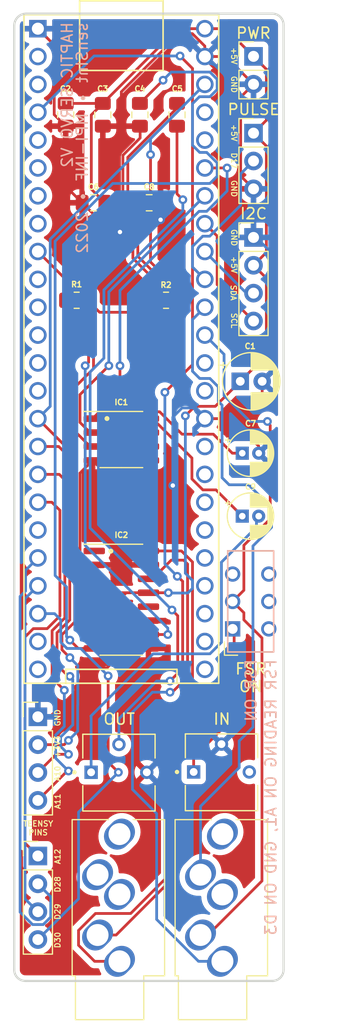
<source format=kicad_pcb>
(kicad_pcb (version 20211014) (generator pcbnew)
  (title_block (title "TEENSY 4 HAPTISHIELD") (date "2022-09-22") (rev "4") (company "SENSORIMOTOR INTERACTION GROUP") (comment 1 "COURTNEY N. REED & VALENTIN MARTINEZ-MISSIR"))
  (layers (0 "F.Cu" signal) (31 "B.Cu" signal) (34 "B.Paste" user) (35 "F.Paste" user) (36 "B.SilkS" user "B.Silkscreen") (37 "F.SilkS" user "F.Silkscreen") (38 "B.Mask" user) (39 "F.Mask" user) (44 "Edge.Cuts" user))
  (net 0 "")
  (net 1 "+5V")
  (net 2 "Net-(C4-Pad1)")
  (net 3 "Net-(C5-Pad1)")
  (net 4 "Net-(C5-Pad2)")
  (net 5 "Net-(C7-Pad1)")
  (net 6 "Net-(C9-Pad1)")
  (net 7 "R_in")
  (net 8 "A7")
  (net 9 "A6")
  (net 10 "D5")
  (net 14 "Net-(IC2-Pad10)")
  (net 16 "- R_Out")
  (net 17 "+ R_Out")
  (net 18 "D17")
  (net 19 "SDA")
  (net 20 "SCL")
  (net 21 "A2")
  (net 22 "D2")
  (net 24 "+3V3")
  (net 25 "Net-(RV1-Pad1)")
  (net 26 "A1")
  (net 35 "D23")
  (net 36 "D22")
  (net 55 "GND")
  (net 59 "A10")
  (net 60 "A11")
  (net 61 "A12")
  (net 62 "D28")
  (net 63 "D29")
  (net 64 "D30")
  (footprint "Package_SO:SOIC-16_3.9x9.9mm_P1.27mm" (layer "F.Cu") (at 103.369352 147.53368)
    (fp_text reference "IC2")
    (fp_text value "PAM8403")
  )
  (footprint "Connector_Audio:Jack_3.5mm_CUI_SJ1-3535NG_Horizontal_CircularHoles" (layer "F.Cu") (at 103.1986 180.5078 180)
    (fp_text reference "J5" hide)
    (fp_text value "Jack_Out")
  )
  (footprint "Capacitor_SMD:C_0805_2012Metric_Pad1.18x1.45mm_HandSolder" (layer "F.Cu") (at 105.909352 111.33868)
    (fp_text reference "C8")
    (fp_text value "0.1µF")
  )
  (footprint "Connector_PinHeader_2.54mm:PinHeader_1x03_P2.54mm_Vertical" (layer "F.Cu") (at 115.434352 104.98868)
    (fp_text reference "J2" hide)
    (fp_text value "Pulse")
  )
  (footprint "Connector_PinHeader_2.54mm:PinHeader_1x04_P2.54mm_Vertical" (layer "F.Cu") (at 95.749352 170.90168)
    (fp_text reference "J7" hide)
    (fp_text value "Teensy_2")
  )
  (footprint "Capacitor_THT:CP_Radial_D4.0mm_P1.50mm" (layer "F.Cu") (at 114.406953 134.17328)
    (fp_text reference "C7")
    (fp_text value "47µF")
  )
  (footprint "Capacitor_THT:CP_Radial_D5.0mm_P2.00mm" (layer "F.Cu") (at 114.22524 127.62008)
    (fp_text reference "C1")
    (fp_text value "470µF")
  )
  (footprint "Package_SO:SOP-8_3.9x4.9mm_P1.27mm" (layer "F.Cu") (at 103.369352 132.92868)
    (fp_text reference "IC1")
    (fp_text value "PT8211")
  )
  (footprint "HS-footprints:Teensy41" (layer "F.Cu") (at 103.369352 124.67368)
    (fp_text reference "U1" hide)
    (fp_text value "TeensyHeader")
  )
  (footprint "Capacitor_THT:CP_Radial_D4.0mm_P1.50mm" (layer "F.Cu") (at 114.406953 139.91368)
    (fp_text reference "C9")
    (fp_text value "47µF")
  )
  (footprint "Connector_Audio:Jack_3.5mm_CUI_SJ1-3535NG_Horizontal_CircularHoles" (layer "F.Cu") (at 112.5966 180.5078 180)
    (fp_text reference "J4" hide)
    (fp_text value "Jack In")
  )
  (footprint "Connector_PinHeader_2.54mm:PinHeader_1x02_P2.54mm_Vertical" (layer "F.Cu") (at 115.434352 97.98868)
    (fp_text reference "J1" hide)
    (fp_text value "Power")
  )
  (footprint "Resistor_SMD:R_0805_2012Metric_Pad1.20x1.40mm_HandSolder" (layer "F.Cu") (at 107.449352 120.22868)
    (fp_text reference "R2")
    (fp_text value "10Ω")
  )
  (footprint "Capacitor_SMD:C_0805_2012Metric_Pad1.18x1.45mm_HandSolder" (layer "F.Cu") (at 101.676018 103.31618 -90)
    (fp_text reference "C3")
    (fp_text value "1µF")
  )
  (footprint "Capacitor_SMD:C_0805_2012Metric_Pad1.18x1.45mm_HandSolder" (layer "F.Cu") (at 105.062684 103.31618 -90)
    (fp_text reference "C4")
    (fp_text value "0.1µF")
  )
  (footprint "3362P-1-503TLF:TRIM_3362P-1-503TLF" (layer "F.Cu") (at 103.1494 163.2712)
    (fp_text reference "RV2" hide)
    (fp_text value "50KΩ")
  )
  (footprint "Connector_PinHeader_2.54mm:PinHeader_1x04_P2.54mm_Vertical" (layer "F.Cu") (at 115.434352 114.49868)
    (fp_text reference "J3" hide)
    (fp_text value "I2C")
  )
  (footprint "Capacitor_SMD:C_0805_2012Metric_Pad1.18x1.45mm_HandSolder" (layer "F.Cu") (at 100.829352 111.33868)
    (fp_text reference "C6")
    (fp_text value "1µF")
  )
  (footprint "3362P-1-503TLF:TRIM_3362P-1-503TLF" (layer "F.Cu") (at 112.5109 163.2412)
    (fp_text reference "RV1" hide)
    (fp_text value "50KΩ")
  )
  (footprint "Capacitor_SMD:C_0805_2012Metric_Pad1.18x1.45mm_HandSolder" (layer "F.Cu") (at 108.449352 103.31618 -90)
    (fp_text reference "C5")
    (fp_text value "0.47µF")
  )
  (footprint "Connector_PinHeader_2.54mm:PinHeader_1x04_P2.54mm_Vertical" (layer "F.Cu") (at 95.749352 158.21168)
    (fp_text reference "J6" hide)
    (fp_text value "Teensy_1")
  )
  (footprint "Resistor_SMD:R_0805_2012Metric_Pad1.20x1.40mm_HandSolder" (layer "F.Cu") (at 99.289352 120.22868)
    (fp_text reference "R1")
    (fp_text value "10KΩ")
  )
  (footprint "Button_Switch_THT:SW_CuK_JS202011CQN_DPDT_Straight" (layer "F.Cu") (at 113.530352 150.19518 90)
    (fp_text reference "SW1" hide)
    (fp_text value "SW_SPDT_FSR")
  )
  (footprint "Capacitor_SMD:C_0805_2012Metric_Pad1.18x1.45mm_HandSolder" (layer "F.Cu") (at 98.289352 103.31618 90)
    (fp_text reference "C2")
    (fp_text value "1µF")
  )
  (gr_rect (start 117.2718 143.0782) (end 113.0808 152.2984) (layer "B.SilkS") (width 0.15) (fill none))
  (gr_circle (center 102.4128 143.1036) (end 102.5628 143.1036) (layer "F.SilkS") (width 0.15) (fill solid))
  (gr_circle (center 102.0572 131.0132) (end 102.2072 131.0132) (layer "F.SilkS") (width 0.15) (fill solid))
  (gr_line (start 117.110752 94.09208) (end 94.657152 94.09208) (layer "Edge.Cuts") (width 0.2))
  (gr_arc (start 118.177552 181.2798) (mid 117.879977 181.998216) (end 117.161552 182.2958) (layer "Edge.Cuts") (width 0.2))
  (gr_arc (start 117.110752 94.09208) (mid 117.878229 94.391403) (end 118.177552 95.15888) (layer "Edge.Cuts") (width 0.2))
  (gr_line (start 117.161552 182.2958) (end 94.657152 182.2958) (layer "Edge.Cuts") (width 0.2))
  (gr_line (start 93.590352 95.15888) (end 93.590352 181.229) (layer "Edge.Cuts") (width 0.2))
  (gr_arc (start 93.590352 95.15888) (mid 93.912587 94.414315) (end 94.657152 94.09208) (layer "Edge.Cuts") (width 0.2))
  (gr_line (start 118.177552 181.2798) (end 118.177552 95.15888) (layer "Edge.Cuts") (width 0.2))
  (gr_arc (start 94.657152 182.2958) (mid 93.887469 181.998705) (end 93.590352 181.229) (layer "Edge.Cuts") (width 0.2))
  (gr_text "FSR READING ON A1, GND ON D3" (at 117.0178 165.5572 -270) (layer "B.SilkS") (effects (font (size 1 1)) (justify mirror)))
  (gr_text "FSR ON" (at 115.2144 155.8036 -270) (layer "B.SilkS") (effects (font (size 1 1)) (justify mirror)))
  (gr_text "HAPTIC SERVO V2\n" (at 98.425 101.4984 -270) (layer "B.SilkS") (effects (font (size 1 1)) (justify mirror)))
  (gr_text "senSInt • MPI-INF • 2022" (at 99.7966 105.4354 -270) (layer "B.SilkS") (effects (font (size 1 1)) (justify mirror)))
  (gr_text "FSR\nON" (at 115.180352 154.64568) (layer "F.SilkS") (effects (font (size 1 1))))
  (gr_text "A12" (at 97.552752 170.95248 90) (layer "F.SilkS") (effects (font (size 0.5 0.5) (thickness 0.1))))
  (gr_text "D17" (at 113.656352 107.50328 270) (layer "F.SilkS") (effects (font (size 0.5 0.5) (thickness 0.1))))
  (gr_text "+5V" (at 113.656352 117.00288 270) (layer "F.SilkS") (effects (font (size 0.5 0.5) (thickness 0.1))))
  (gr_text "+3V3" (at 97.536 160.94488 90) (layer "F.SilkS") (effects (font (size 0.5 0.5) (thickness 0.1))))
  (gr_text "D30" (at 97.552752 178.57248 90) (layer "F.SilkS") (effects (font (size 0.5 0.5) (thickness 0.1))))
  (gr_text "+5V" (at 113.656352 97.95288 270) (layer "F.SilkS") (effects (font (size 0.5 0.5) (thickness 0.1))))
  (gr_text "IN" (at 112.5474 158.4198) (layer "F.SilkS") (effects (font (size 1 1))))
  (gr_text "SDA" (at 113.605552 119.54288 270) (layer "F.SilkS") (effects (font (size 0.5 0.5) (thickness 0.1))))
  (gr_text "I2C" (at 115.434352 112.32928) (layer "F.SilkS") (effects (font (size 1 1))))
  (gr_text "D28" (at 97.552752 173.49248 90) (layer "F.SilkS") (effects (font (size 0.5 0.5) (thickness 0.1))))
  (gr_text "SCL\n" (at 113.656352 122.08288 270) (layer "F.SilkS") (effects (font (size 0.5 0.5) (thickness 0.1))))
  (gr_text "GND" (at 113.656352 114.51368 270) (layer "F.SilkS") (effects (font (size 0.5 0.5) (thickness 0.1))))
  (gr_text "GND" (at 97.552752 158.30328 90) (layer "F.SilkS") (effects (font (size 0.5 0.5) (thickness 0.1))))
  (gr_text "PWR\n" (at 115.434352 95.87008) (layer "F.SilkS") (effects (font (size 1 1))))
  (gr_text "+5V\n" (at 113.656352 104.96328 270) (layer "F.SilkS") (effects (font (size 0.5 0.5) (thickness 0.1))))
  (gr_text "GND" (at 113.656352 110.04328 270) (layer "F.SilkS") (effects (font (size 0.5 0.5) (thickness 0.1))))
  (gr_text "D29" (at 97.552752 175.98168 90) (layer "F.SilkS") (effects (font (size 0.5 0.5) (thickness 0.1))))
  (gr_text "PULSE" (at 115.434352 102.82968) (layer "F.SilkS") (effects (font (size 1 1))))
  (gr_text "TEENSY\nPINS" (at 95.774752 168.36168) (layer "F.SilkS") (effects (font (size 0.5 0.5) (thickness 0.1))))
  (gr_text "A10" (at 97.552752 163.38328 90) (layer "F.SilkS") (effects (font (size 0.5 0.5) (thickness 0.1))))
  (gr_text "GND" (at 113.656352 100.54368 270) (layer "F.SilkS") (effects (font (size 0.5 0.5) (thickness 0.1))))
  (gr_text "A11" (at 97.552752 165.92328 90) (layer "F.SilkS") (effects (font (size 0.5 0.5) (thickness 0.1))))
  (gr_text "OUT" (at 103.1748 158.4198) (layer "F.SilkS") (effects (font (size 1 1))))
  (segment (start 110.989352 95.46368) (end 112.909352 95.46368) (width 0.25) (layer "F.Cu") (net 1))
  (segment (start 115.434352 117.03868) (end 116.608863 118.213191) (width 0.25) (layer "F.Cu") (net 1))
  (segment (start 116.608863 115.864169) (end 116.608863 106.163191) (width 0.25) (layer "F.Cu") (net 1))
  (segment (start 112.909352 95.46368) (end 115.434352 97.98868) (width 0.25) (layer "F.Cu") (net 1))
  (segment (start 100.626498 110.098326) (end 100.626498 103.3282) (width 0.25) (layer "F.Cu") (net 1))
  (segment (start 116.608863 103.814169) (end 115.434352 104.98868) (width 0.25) (layer "F.Cu") (net 1))
  (segment (start 110.081863 129.899169) (end 109.211352 130.76968) (width 0.25) (layer "F.Cu") (net 1))
  (segment (start 103.810424 146.89868) (end 104.131352 146.89868) (width 0.25) (layer "F.Cu") (net 1))
  (segment (start 101.676018 102.27868) (end 108.491018 95.46368) (width 0.25) (layer "F.Cu") (net 1))
  (segment (start 100.894352 149.43868) (end 101.270424 149.43868) (width 0.25) (layer "F.Cu") (net 1))
  (segment (start 116.608863 125.236457) (end 116.608863 118.213191) (width 0.25) (layer "F.Cu") (net 1))
  (segment (start 108.491018 95.46368) (end 110.989352 95.46368) (width 0.25) (layer "F.Cu") (net 1))
  (segment (start 101.866852 111.33868) (end 100.626498 110.098326) (width 0.25) (layer "F.Cu") (net 1))
  (segment (start 115.434352 117.03868) (end 116.608863 115.864169) (width 0.25) (layer "F.Cu") (net 1))
  (segment (start 115.434352 97.98868) (end 116.608863 99.163191) (width 0.25) (layer "F.Cu") (net 1))
  (segment (start 116.608863 106.163191) (end 115.434352 104.98868) (width 0.25) (layer "F.Cu") (net 1))
  (segment (start 110.081863 129.899169) (end 111.946151 129.899169) (width 0.25) (layer "F.Cu") (net 1))
  (segment (start 116.608863 99.163191) (end 116.608863 103.814169) (width 0.25) (layer "F.Cu") (net 1))
  (segment (start 111.946151 129.899169) (end 114.22524 127.62008) (width 0.25) (layer "F.Cu") (net 1))
  (segment (start 107.661952 146.89868) (end 105.844352 146.89868) (width 0.25) (layer "F.Cu") (net 1))
  (segment (start 101.270424 149.43868) (end 103.810424 146.89868) (width 0.25) (layer "F.Cu") (net 1))
  (segment (start 100.626498 103.3282) (end 101.676018 102.27868) (width 0.25) (layer "F.Cu") (net 1))
  (segment (start 98.289352 102.27868) (end 101.676018 102.27868) (width 0.25) (layer "F.Cu") (net 1))
  (segment (start 104.131352 146.89868) (end 105.844352 146.89868) (width 0.25) (layer "F.Cu") (net 1))
  (segment (start 100.894352 146.89868) (end 104.131352 146.89868) (width 0.25) (layer "F.Cu") (net 1))
  (segment (start 114.22524 127.62008) (end 116.608863 125.236457) (width 0.25) (layer "F.Cu") (net 1))
  (via (at 109.211352 130.76968) (size 0.8) (drill 0.4) (layers "F.Cu" "B.Cu") (net 1))
  (via (at 107.661952 146.89868) (size 0.8) (drill 0.4) (layers "F.Cu" "B.Cu") (net 1))
  (segment (start 109.864841 145.774169) (end 109.864841 146.499191) (width 0.25) (layer "B.Cu") (net 1))
  (segment (start 109.211352 145.12068) (end 109.864841 145.774169) (width 0.25) (layer "B.Cu") (net 1))
  (segment (start 109.864841 146.499191) (end 109.439952 146.92408) (width 0.25) (layer "B.Cu") (net 1))
  (segment (start 109.211352 130.76968) (end 109.211352 145.12068) (width 0.25) (layer "B.Cu") (net 1))
  (segment (start 107.687352 146.92408) (end 107.661952 146.89868) (width 0.25) (layer "B.Cu") (net 1))
  (segment (start 109.439952 146.92408) (end 107.687352 146.92408) (width 0.25) (layer "B.Cu") (net 1))
  (segment (start 105.062684 102.27868) (end 107.178684 100.16268) (width 0.25) (layer "F.Cu") (net 2))
  (segment (start 107.178684 100.16268) (end 107.179352 100.16268) (width 0.25) (layer "F.Cu") (net 2))
  (segment (start 98.670352 151.21668) (end 99.432352 151.97868) (width 0.25) (layer "F.Cu") (net 2))
  (segment (start 99.432352 151.97868) (end 100.894352 151.97868) (width 0.25) (layer "F.Cu") (net 2))
  (via (at 107.179352 100.16268) (size 0.8) (drill 0.4) (layers "F.Cu" "B.Cu") (net 2))
  (via (at 98.670352 151.21668) (size 0.8) (drill 0.4) (layers "F.Cu" "B.Cu") (net 2))
  (segment (start 112.113863 107.697891) (end 111.164163 106.748191) (width 0.25) (layer "B.Cu") (net 2))
  (segment (start 97.323383 145.323111) (end 97.323383 129.39808) (width 0.25) (layer "B.Cu") (net 2))
  (segment (start 98.670352 151.21668) (end 98.365552 150.91188) (width 0.25) (layer "B.Cu") (net 2))
  (segment (start 111.164163 106.748191) (end 110.523563 106.748191) (width 0.25) (layer "B.Cu") (net 2))
  (segment (start 107.922863 99.419169) (end 107.179352 100.16268) (width 0.25) (layer "B.Cu") (net 2))
  (segment (start 98.823111 113.345639) (end 102.589581 109.579169) (width 0.25) (layer "B.Cu") (net 2))
  (segment (start 111.455141 101.668191) (end 112.113863 101.009469) (width 0.25) (layer "B.Cu") (net 2))
  (segment (start 109.864841 106.089469) (end 109.864841 102.303909) (width 0.25) (layer "B.Cu") (net 2))
  (segment (start 112.113863 100.077891) (end 111.455141 99.419169) (width 0.25) (layer "B.Cu") (net 2))
  (segment (start 109.864841 102.303909) (end 110.500559 101.668191) (width 0.25) (layer "B.Cu") (net 2))
  (segment (start 97.323383 114.845367) (end 99.534311 112.634439) (width 0.25) (layer "B.Cu") (net 2))
  (segment (start 112.113863 108.920447) (end 112.113863 107.697891) (width 0.25) (layer "B.Cu") (net 2))
  (segment (start 110.523563 106.748191) (end 109.864841 106.089469) (width 0.25) (layer "B.Cu") (net 2))
  (segment (start 110.500559 101.668191) (end 111.455141 101.668191) (width 0.25) (layer "B.Cu") (net 2))
  (segment (start 111.455141 99.419169) (end 107.922863 99.419169) (width 0.25) (layer "B.Cu") (net 2))
  (segment (start 98.365552 150.91188) (end 98.365552 146.36528) (width 0.25) (layer "B.Cu") (net 2))
  (segment (start 97.323383 129.39808) (end 97.323383 114.845367) (width 0.25) (layer "B.Cu") (net 2))
  (segment (start 102.589581 109.579169) (end 111.455141 109.579169) (width 0.25) (layer "B.Cu") (net 2))
  (segment (start 112.113863 101.009469) (end 112.113863 100.077891) (width 0.25) (layer "B.Cu") (net 2))
  (segment (start 98.365552 146.36528) (end 97.323383 145.323111) (width 0.25) (layer "B.Cu") (net 2))
  (segment (start 111.455141 109.579169) (end 112.113863 108.920447) (width 0.25) (layer "B.Cu") (net 2))
  (segment (start 104.718493 121.323821) (end 101.384493 121.323821) (width 0.25) (layer "F.Cu") (net 3))
  (segment (start 105.936766 119.128773) (end 105.274352 119.791187) (width 0.25) (layer "F.Cu") (net 3))
  (segment (start 105.274352 120.767962) (end 104.718493 121.323821) (width 0.25) (layer "F.Cu") (net 3))
  (segment (start 104.422332 112.48168) (end 104.422332 116.40083) (width 0.25) (layer "F.Cu") (net 3))
  (segment (start 105.936766 117.915265) (end 105.936766 119.128773) (width 0.25) (layer "F.Cu") (net 3))
  (segment (start 108.449352 102.70268) (end 103.959832 107.1922) (width 0.25) (layer "F.Cu") (net 3))
  (segment (start 103.959832 112.051653) (end 104.389859 112.48168) (width 0.25) (layer "F.Cu") (net 3))
  (segment (start 103.959832 107.1922) (end 103.959832 112.051653) (width 0.25) (layer "F.Cu") (net 3))
  (segment (start 104.389859 112.48168) (end 104.422332 112.48168) (width 0.25) (layer "F.Cu") (net 3))
  (segment (start 108.449352 102.27868) (end 108.449352 102.728687) (width 0.25) (layer "F.Cu") (net 3))
  (segment (start 101.384493 121.323821) (end 100.289352 120.22868) (width 0.25) (layer "F.Cu") (net 3))
  (segment (start 108.449352 102.27868) (end 108.449352 102.70268) (width 0.25) (layer "F.Cu") (net 3))
  (segment (start 104.422332 116.40083) (end 105.936766 117.915265) (width 0.25) (layer "F.Cu") (net 3))
  (segment (start 105.274352 119.791187) (end 105.274352 120.767962) (width 0.25) (layer "F.Cu") (net 3))
  (segment (start 108.516281 148.997609) (end 107.992152 148.47348) (width 0.25) (layer "F.Cu") (net 4))
  (segment (start 107.814352 154.95048) (end 108.516281 154.248551) (width 0.25) (layer "F.Cu") (net 4))
  (segment (start 108.982752 111.05928) (end 108.449352 110.52588) (width 0.25) (layer "F.Cu") (net 4))
  (segment (start 108.449352 110.52588) (end 108.449352 104.35368) (width 0.25) (layer "F.Cu") (net 4))
  (segment (start 108.516281 154.248551) (end 108.516281 148.997609) (width 0.25) (layer "F.Cu") (net 4))
  (via (at 108.982752 111.05928) (size 0.8) (drill 0.4) (layers "F.Cu" "B.Cu") (net 4))
  (via (at 107.992152 148.47348) (size 0.8) (drill 0.4) (layers "F.Cu" "B.Cu") (net 4))
  (via (at 107.814352 154.95048) (size 0.8) (drill 0.4) (layers "F.Cu" "B.Cu") (net 4))
  (segment (start 106.587819 154.95048) (end 103.124 158.414299) (width 0.25) (layer "B.Cu") (net 4))
  (segment (start 103.1494 158.439699) (end 103.1494 160.7312) (width 0.25) (layer "B.Cu") (net 4))
  (segment (start 101.776832 119.280483) (end 108.702993 112.354321) (width 0.25) (layer "B.Cu") (net 4))
  (segment (start 107.814352 154.95048) (end 106.587819 154.95048) (width 0.25) (layer "B.Cu") (net 4))
  (segment (start 101.776832 125.512814) (end 101.776832 119.280483) (width 0.25) (layer "B.Cu") (net 4))
  (segment (start 108.702993 112.354321) (end 108.982752 112.074562) (width 0.25) (layer "B.Cu") (net 4))
  (segment (start 103.124 158.414299) (end 103.1494 158.439699) (width 0.25) (layer "B.Cu") (net 4))
  (segment (start 107.992152 148.47348) (end 100.516872 140.9982) (width 0.25) (layer "B.Cu") (net 4))
  (segment (start 100.516872 126.772774) (end 100.643159 126.646487) (width 0.25) (layer "B.Cu") (net 4))
  (segment (start 100.643159 126.646487) (end 101.776832 125.512814) (width 0.25) (layer "B.Cu") (net 4))
  (segment (start 100.516872 140.9982) (end 100.516872 138.59288) (width 0.25) (layer "B.Cu") (net 4))
  (segment (start 108.982752 112.074562) (end 108.982752 111.05928) (width 0.25) (layer "B.Cu") (net 4))
  (segment (start 100.516872 138.59288) (end 100.516872 126.772774) (width 0.25) (layer "B.Cu") (net 4))
  (segment (start 106.449352 117.792133) (end 106.449352 120.22868) (width 0.25) (layer "F.Cu") (net 5))
  (segment (start 104.844832 121.8332) (end 106.449352 120.22868) (width 0.25) (layer "F.Cu") (net 5))
  (segment (start 111.769123 132.439169) (end 113.503234 134.17328) (width 0.25) (layer "F.Cu") (net 5))
  (segment (start 105.76828 134.83368) (end 104.844832 133.910232) (width 0.25) (layer "F.Cu") (net 5))
  (segment (start 104.844832 133.910232) (end 104.844832 130.677128) (width 0.25) (layer "F.Cu") (net 5))
  (segment (start 104.844832 130.677128) (end 105.1228 130.39916) (width 0.25) (layer "F.Cu") (net 5))
  (segment (start 104.844832 133.910232) (end 104.844832 121.8332) (width 0.25) (layer "F.Cu") (net 5))
  (segment (start 113.503234 134.17328) (end 114.406953 134.17328) (width 0.25) (layer "F.Cu") (net 5))
  (segment (start 104.871852 111.33868) (end 104.871852 116.214633) (width 0.25) (layer "F.Cu") (net 5))
  (segment (start 108.905913 132.439169) (end 111.769123 132.439169) (width 0.25) (layer "F.Cu") (net 5))
  (segment (start 105.1228 130.39916) (end 106.865904 130.39916) (width 0.25) (layer "F.Cu") (net 5))
  (segment (start 105.994352 134.83368) (end 105.76828 134.83368) (width 0.25) (layer "F.Cu") (net 5))
  (segment (start 104.871852 116.214633) (end 106.449352 117.792133) (width 0.25) (layer "F.Cu") (net 5))
  (segment (start 106.865904 130.39916) (end 108.905913 132.439169) (width 0.25) (layer "F.Cu") (net 5))
  (segment (start 105.994352 131.02368) (end 106.220424 131.02368) (width 0.25) (layer "F.Cu") (net 6))
  (segment (start 109.811747 134.615003) (end 109.811747 136.519285) (width 0.25) (layer "F.Cu") (net 6))
  (segment (start 112.012442 137.519169) (end 114.406953 139.91368) (width 0.25) (layer "F.Cu") (net 6))
  (segment (start 110.811631 137.519169) (end 112.012442 137.519169) (width 0.25) (layer "F.Cu") (net 6))
  (segment (start 109.811747 136.519285) (end 110.811631 137.519169) (width 0.25) (layer "F.Cu") (net 6))
  (segment (start 106.220424 131.02368) (end 109.811747 134.615003) (width 0.25) (layer "F.Cu") (net 6))
  (segment (start 100.6094 158.177432) (end 100.6094 163.2712) (width 0.25) (layer "B.Cu") (net 7))
  (segment (start 115.703753 139.91368) (end 115.703753 140.914279) (width 0.25) (layer "B.Cu") (net 7))
  (segment (start 111.455141 152.468191) (end 106.267841 152.468191) (width 0.25) (layer "B.Cu") (net 7))
  (segment (start 112.505841 151.417491) (end 111.455141 152.468191) (width 0.25) (layer "B.Cu") (net 7))
  (segment (start 112.505841 144.112191) (end 112.505841 151.417491) (width 0.25) (layer "B.Cu") (net 7))
  (segment (start 115.703753 140.914279) (end 112.505841 144.112191) (width 0.25) (layer "B.Cu") (net 7))
  (segment (start 100.584 158.152032) (end 100.6094 158.177432) (width 0.25) (layer "B.Cu") (net 7))
  (segment (start 106.267841 152.468191) (end 100.584 158.152032) (width 0.25) (layer "B.Cu") (net 7))
  (segment (start 110.989352 108.16368) (end 113.021352 108.16368) (width 0.25) (layer "F.Cu") (net 8))
  (segment (start 103.242352 128.52568) (end 100.744352 131.02368) (width 0.25) (layer "F.Cu") (net 8))
  (segment (start 103.242352 126.19768) (end 103.242352 128.52568) (width 0.25) (layer "F.Cu") (net 8))
  (via (at 113.021352 108.16368) (size 0.8) (drill 0.4) (layers "F.Cu" "B.Cu") (net 8))
  (via (at 103.242352 126.19768) (size 0.8) (drill 0.4) (layers "F.Cu" "B.Cu") (net 8))
  (segment (start 111.164163 112.119169) (end 110.462863 112.119169) (width 0.25) (layer "B.Cu") (net 8))
  (segment (start 113.021352 110.26198) (end 111.164163 112.119169) (width 0.25) (layer "B.Cu") (net 8))
  (segment (start 103.242352 119.33968) (end 103.242352 126.19768) (width 0.25) (layer "B.Cu") (net 8))
  (segment (start 110.462863 112.119169) (end 103.242352 119.33968) (width 0.25) (layer "B.Cu") (net 8))
  (segment (start 113.021352 108.16368) (end 113.021352 110.26198) (width 0.25) (layer "B.Cu") (net 8))
  (segment (start 99.594832 131.370232) (end 99.594832 128.8292) (width 0.25) (layer "F.Cu") (net 9))
  (segment (start 100.51828 132.29368) (end 99.594832 131.370232) (width 0.25) (layer "F.Cu") (net 9))
  (segment (start 99.594832 128.8292) (end 102.226352 126.19768) (width 0.25) (layer "F.Cu") (net 9))
  (segment (start 100.744352 132.29368) (end 100.51828 132.29368) (width 0.25) (layer "F.Cu") (net 9))
  (via (at 102.226352 126.19768) (size 0.8) (drill 0.4) (layers "F.Cu" "B.Cu") (net 9))
  (segment (start 102.226352 119.46668) (end 110.989352 110.70368) (width 0.25) (layer "B.Cu") (net 9))
  (segment (start 102.226352 126.19768) (end 102.226352 119.46668) (width 0.25) (layer "B.Cu") (net 9))
  (segment (start 99.305352 121.008133) (end 99.305352 119.33968) (width 0.25) (layer "F.Cu") (net 10))
  (segment (start 99.305352 121.008133) (end 100.829352 122.532133) (width 0.25) (layer "F.Cu") (net 10))
  (segment (start 100.829352 126.460294) (end 99.145312 128.144334) (width 0.25) (layer "F.Cu") (net 10))
  (segment (start 100.829352 122.532133) (end 100.829352 126.460294) (width 0.25) (layer "F.Cu") (net 10))
  (segment (start 99.145312 132.190712) (end 100.51828 133.56368) (width 0.25) (layer "F.Cu") (net 10))
  (segment (start 100.51828 133.56368) (end 100.744352 133.56368) (width 0.25) (layer "F.Cu") (net 10))
  (segment (start 99.305352 119.33968) (end 95.749352 115.78368) (width 0.25) (layer "F.Cu") (net 10))
  (segment (start 99.145312 128.144334) (end 99.145312 132.190712) (width 0.25) (layer "F.Cu") (net 10))
  (segment (start 98.289352 120.856) (end 100.379832 122.94648) (width 0.25) (layer "F.Cu") (net 14))
  (segment (start 107.611152 150.70868) (end 105.844352 150.70868) (width 0.25) (layer "F.Cu") (net 14))
  (segment (start 100.379832 122.94648) (end 100.379832 125.8852) (width 0.25) (layer "F.Cu") (net 14))
  (segment (start 100.379832 125.8852) (end 100.067352 126.19768) (width 0.25) (layer "F.Cu") (net 14))
  (segment (start 98.289352 120.22868) (end 98.289352 120.856) (width 0.25) (layer "F.Cu") (net 14))
  (via (at 107.611152 150.70868) (size 0.8) (drill 0.4) (layers "F.Cu" "B.Cu") (net 14))
  (via (at 100.067352 126.19768) (size 0.8) (drill 0.4) (layers "F.Cu" "B.Cu") (net 14))
  (segment (start 100.067352 142.58068) (end 107.611152 150.12448) (width 0.25) (layer "B.Cu") (net 14))
  (segment (start 107.611152 150.12448) (end 107.611152 150.70868) (width 0.25) (layer "B.Cu") (net 14))
  (segment (start 100.067352 126.19768) (end 100.067352 142.58068) (width 0.25) (layer "B.Cu") (net 14))
  (segment (start 109.415321 144.283967) (end 109.415321 155.873971) (width 0.25) (layer "F.Cu") (net 16))
  (segment (start 105.844352 145.62868) (end 106.220424 145.62868) (width 0.25) (layer "F.Cu") (net 16))
  (segment (start 107.618832 157.67046) (end 107.618832 158.6004) (width 0.25) (layer "F.Cu") (net 16))
  (segment (start 100.9296 180.5078) (end 103.1986 180.5078) (width 0.25) (layer "F.Cu") (net 16))
  (segment (start 104.221863 176.144451) (end 101.005953 176.144451) (width 0.25) (layer "F.Cu") (net 16))
  (segment (start 107.618832 157.670461) (end 107.618832 158.6004) (width 0.25) (layer "F.Cu") (net 16))
  (segment (start 107.922224 143.92688) (end 109.058234 143.92688) (width 0.25) (layer "F.Cu") (net 16))
  (segment (start 109.415321 155.873971) (end 107.618832 157.67046) (width 0.25) (layer "F.Cu") (net 16))
  (segment (start 106.220424 145.62868) (end 107.922224 143.92688) (width 0.25) (layer "F.Cu") (net 16))
  (segment (start 99.461949 177.688455) (end 99.461949 179.040149) (width 0.25) (layer "F.Cu") (net 16))
  (segment (start 109.058234 143.92688) (end 109.415321 144.283967) (width 0.25) (layer "F.Cu") (net 16))
  (segment (start 107.618832 172.747482) (end 104.221863 176.144451) (width 0.25) (layer "F.Cu") (net 16))
  (segment (start 99.461949 179.040149) (end 100.9296 180.5078) (width 0.25) (layer "F.Cu") (net 16))
  (segment (start 101.005953 176.144451) (end 99.461949 177.688455) (width 0.25) (layer "F.Cu") (net 16))
  (segment (start 107.618832 158.6004) (end 107.618832 172.747482) (width 0.25) (layer "F.Cu") (net 16))
  (segment (start 109.864841 156.060169) (end 108.068352 157.856658) (width 0.25) (layer "F.Cu") (net 17))
  (segment (start 105.844352 143.08868) (end 108.855752 143.08868) (width 0.25) (layer "F.Cu") (net 17))
  (segment (start 108.855752 143.08868) (end 109.864841 144.097769) (width 0.25) (layer "F.Cu") (net 17))
  (segment (start 108.068352 157.856658) (end 108.068352 172.93368) (width 0.25) (layer "F.Cu") (net 17))
  (segment (start 108.068352 172.93368) (end 102.894232 178.1078) (width 0.25) (layer "F.Cu") (net 17))
  (segment (start 102.894232 178.1078) (end 101.1986 178.1078) (width 0.25) (layer "F.Cu") (net 17))
  (segment (start 109.864841 144.097769) (end 109.864841 156.060169) (width 0.25) (layer "F.Cu") (net 17))
  (segment (start 110.796052 114.38668) (end 111.436652 114.38668) (width 0.25) (layer "B.Cu") (net 18))
  (segment (start 110.989352 118.32368) (end 109.864841 117.199169) (width 0.25) (layer "B.Cu") (net 18))
  (segment (start 109.864841 117.199169) (end 109.864841 115.317891) (width 0.25) (layer "B.Cu") (net 18))
  (segment (start 114.259841 111.563491) (end 114.259841 108.703191) (width 0.25) (layer "B.Cu") (net 18))
  (segment (start 109.864841 115.317891) (end 110.796052 114.38668) (width 0.25) (layer "B.Cu") (net 18))
  (segment (start 111.436652 114.38668) (end 114.259841 111.563491) (width 0.25) (layer "B.Cu") (net 18))
  (segment (start 114.259841 108.703191) (end 115.434352 107.52868) (width 0.25) (layer "B.Cu") (net 18))
  (segment (start 110.989352 115.78368) (end 114.784352 119.57868) (width 0.25) (layer "B.Cu") (net 19))
  (segment (start 114.784352 119.57868) (end 115.434352 119.57868) (width 0.25) (layer "B.Cu") (net 19))
  (segment (start 112.113863 114.368191) (end 112.113863 118.798191) (width 0.25) (layer "F.Cu") (net 20))
  (segment (start 110.989352 113.24368) (end 112.113863 114.368191) (width 0.25) (layer "F.Cu") (net 20))
  (segment (start 112.113863 118.798191) (end 115.434352 122.11868) (width 0.25) (layer "F.Cu") (net 20))
  (segment (start 109.864841 121.988191) (end 109.864841 126.700447) (width 0.25) (layer "B.Cu") (net 21))
  (segment (start 110.989352 120.86368) (end 109.864841 121.988191) (width 0.25) (layer "B.Cu") (net 21))
  (segment (start 114.126489 162.842598) (end 110.5966 166.372487) (width 0.25) (layer "B.Cu") (net 21))
  (segment (start 117.077784 140.937966) (end 115.383552 142.632198) (width 0.25) (layer "B.Cu") (net 21))
  (segment (start 112.222778 129.449649) (end 112.563383 129.790254) (width 0.25) (layer "B.Cu") (net 21))
  (segment (start 113.212211 137.055821) (end 114.990211 137.055821) (width 0.25) (layer "B.Cu") (net 21))
  (segment (start 115.383552 159.153567) (end 114.126489 160.41063) (width 0.25) (layer "B.Cu") (net 21))
  (segment (start 112.222778 128.126806) (end 112.222778 129.449649) (width 0.25) (layer "B.Cu") (net 21))
  (segment (start 110.523563 127.359169) (end 111.455141 127.359169) (width 0.25) (layer "B.Cu") (net 21))
  (segment (start 112.563383 136.406993) (end 113.212211 137.055821) (width 0.25) (layer "B.Cu") (net 21))
  (segment (start 115.383552 142.632198) (end 115.383552 159.153567) (width 0.25) (layer "B.Cu") (net 21))
  (segment (start 111.455141 127.359169) (end 112.222778 128.126806) (width 0.25) (layer "B.Cu") (net 21))
  (segment (start 109.864841 126.700447) (end 110.523563 127.359169) (width 0.25) (layer "B.Cu") (net 21))
  (segment (start 112.563383 129.790254) (end 112.563383 136.406993) (width 0.25) (layer "B.Cu") (net 21))
  (segment (start 115.375872 137.441483) (end 117.077784 139.143395) (width 0.25) (layer "B.Cu") (net 21))
  (segment (start 114.990211 137.055821) (end 115.375872 137.441483) (width 0.25) (layer "B.Cu") (net 21))
  (segment (start 117.077784 139.143395) (end 117.077784 140.937966) (width 0.25) (layer "B.Cu") (net 21))
  (segment (start 110.5966 166.372487) (end 110.5966 172.6078) (width 0.25) (layer "B.Cu") (net 21))
  (segment (start 114.126489 160.41063) (end 114.126489 162.842598) (width 0.25) (layer "B.Cu") (net 21))
  (segment (start 107.343841 128.622769) (end 109.864841 126.101769) (width 0.25) (layer "F.Cu") (net 22))
  (segment (start 107.814352 155.96648) (end 108.017552 155.96648) (width 0.25) (layer "F.Cu") (net 22))
  (segment (start 109.864841 126.101769) (end 109.864841 125.89288) (width 0.25) (layer "F.Cu") (net 22))
  (segment (start 108.017552 155.96648) (end 108.965801 155.018231) (width 0.25) (layer "F.Cu") (net 22))
  (segment (start 108.965801 155.018231) (end 108.965801 145.85728) (width 0.25) (layer "F.Cu") (net 22))
  (segment (start 109.864841 99.444569) (end 109.864841 99.088969) (width 0.25) (layer "F.Cu") (net 22))
  (segment (start 108.965801 145.85728) (end 108.508601 145.40008) (width 0.25) (layer "F.Cu") (net 22))
  (segment (start 109.864841 99.088969) (end 108.728752 97.95288) (width 0.25) (layer "F.Cu") (net 22))
  (segment (start 109.864841 125.89288) (end 109.864841 99.444569) (width 0.25) (layer "F.Cu") (net 22))
  (segment (start 108.508601 145.40008) (end 108.474752 145.40008) (width 0.25) (layer "F.Cu") (net 22))
  (via (at 107.343841 128.622769) (size 0.8) (drill 0.4) (layers "F.Cu" "B.Cu") (net 22))
  (via (at 108.728752 97.95288) (size 0.8) (drill 0.4) (layers "F.Cu" "B.Cu") (net 22))
  (via (at 107.814352 155.96648) (size 0.8) (drill 0.4) (layers "F.Cu" "B.Cu") (net 22))
  (via (at 108.474752 145.40008) (size 0.8) (drill 0.4) (layers "F.Cu" "B.Cu") (net 22))
  (segment (start 106.592863 167.038591) (end 106.592863 176.684323) (width 0.25) (layer "B.Cu") (net 22))
  (segment (start 108.728752 97.95288) (end 100.880152 97.95288) (width 0.25) (layer "B.Cu") (net 22))
  (segment (start 108.474752 145.40008) (end 107.343841 144.269169) (width 0.25) (layer "B.Cu") (net 22))
  (segment (start 100.880152 97.95288) (end 95.749352 103.08368) (width 0.25) (layer "B.Cu") (net 22))
  (segment (start 106.207536 155.96648) (end 104.383841 157.790175) (width 0.25) (layer "B.Cu") (net 22))
  (segment (start 110.41634 180.5078) (end 112.5966 180.5078) (width 0.25) (layer "B.Cu") (net 22))
  (segment (start 106.592863 176.684323) (end 110.41634 180.5078) (width 0.25) (layer "B.Cu") (net 22))
  (segment (start 104.383841 157.790175) (end 104.383841 164.829569) (width 0.25) (layer "B.Cu") (net 22))
  (segment (start 107.343841 144.269169) (end 107.343841 128.622769) (width 0.25) (layer "B.Cu") (net 22))
  (segment (start 104.383841 164.829569) (end 106.592863 167.038591) (width 0.25) (layer "B.Cu") (net 22))
  (segment (start 107.814352 155.96648) (end 106.207536 155.96648) (width 0.25) (layer "B.Cu") (net 22))
  (segment (start 108.449352 119.156415) (end 106.034832 116.741895) (width 0.25) (layer "F.Cu") (net 24))
  (segment (start 108.449352 119.156415) (end 108.449352 120.22868) (width 0.25) (layer "F.Cu") (net 24))
  (segment (start 97.945841 152.092369) (end 98.670352 152.81688) (width 0.25) (layer "F.Cu") (net 24))
  (segment (start 98.152352 160.75168) (end 98.543352 160.36068) (width 0.25) (layer "F.Cu") (net 24))
  (segment (start 95.749352 131.02368) (end 99.109832 134.38416) (width 0.25) (layer "F.Cu") (net 24))
  (segment (start 106.034832 116.741895) (end 106.034832 106.946) (width 0.25) (layer "F.Cu") (net 24))
  (segment (start 95.749352 160.75168) (end 98.152352 160.75168) (width 0.25) (layer "F.Cu") (net 24))
  (segment (start 97.945841 150.729671) (end 97.945841 152.092369) (width 0.25) (layer "F.Cu") (net 24))
  (segment (start 99.109832 134.38416) (end 99.109832 149.56568) (width 0.25) (layer "F.Cu") (net 24))
  (segment (start 99.109832 149.56568) (end 97.945841 150.729671) (width 0.25) (layer "F.Cu") (net 24))
  (via (at 98.670352 152.81688) (size 0.8) (drill 0.4) (layers "F.Cu" "B.Cu") (net 24))
  (via (at 106.034832 106.946) (size 0.8) (drill 0.4) (layers "F.Cu" "B.Cu") (net 24))
  (via (at 98.543352 160.36068) (size 0.8) (drill 0.4) (layers "F.Cu" "B.Cu") (net 24))
  (segment (start 99.383841 157.143169) (end 99.394863 157.132147) (width 0.25) (layer "B.Cu") (net 24))
  (segment (start 98.543352 160.36068) (end 99.383841 159.520191) (width 0.25) (layer "B.Cu") (net 24))
  (segment (start 96.873863 129.899169) (end 96.873863 114.659169) (width 0.25) (layer "B.Cu") (net 24))
  (segment (start 106.034832 105.4982) (end 107.166652 104.36638) (width 0.25) (layer "B.Cu") (net 24))
  (segment (start 107.166652 104.36638) (end 110.989352 100.54368) (width 0.25) (layer "B.Cu") (net 24))
  (segment (start 96.873863 114.659169) (end 107.166652 104.36638) (width 0.25) (layer "B.Cu") (net 24))
  (segment (start 99.394863 153.541391) (end 98.670352 152.81688) (width 0.25) (layer "B.Cu") (net 24))
  (segment (start 99.383841 159.520191) (end 99.383841 157.143169) (width 0.25) (layer "B.Cu") (net 24))
  (segment (start 95.749352 131.02368) (end 96.873863 129.899169) (width 0.25) (layer "B.Cu") (net 24))
  (segment (start 99.394863 157.132147) (end 99.394863 153.541391) (width 0.25) (layer "B.Cu") (net 24))
  (segment (start 106.034832 106.946) (end 106.034832 105.4982) (width 0.25) (layer "B.Cu") (net 24))
  (segment (start 113.666363 150.331191) (end 113.666363 158.436782) (width 0.25) (layer "F.Cu") (net 25))
  (segment (start 113.666363 158.436782) (end 113.452305 158.436782) (width 0.25) (layer "F.Cu") (net 25))
  (segment (start 109.9709 161.918187) (end 109.9709 163.2412) (width 0.25) (layer "F.Cu") (net 25))
  (segment (start 113.452305 158.436782) (end 109.9709 161.918187) (width 0.25) (layer "F.Cu") (net 25))
  (segment (start 113.530352 150.19518) (end 113.666363 150.331191) (width 0.25) (layer "F.Cu") (net 25))
  (segment (start 113.530352 147.69518) (end 114.554863 146.670669) (width 0.25) (layer "F.Cu") (net 26))
  (segment (start 116.958352 140.169738) (end 116.958352 131.63328) (width 0.25) (layer "F.Cu") (net 26))
  (segment (start 116.206363 151.020069) (end 114.554863 149.368569) (width 0.25) (layer "F.Cu") (net 26))
  (segment (start 114.554863 146.670669) (end 114.554863 142.573227) (width 0.25) (layer "F.Cu") (net 26))
  (segment (start 114.554863 142.573227) (end 116.958352 140.169738) (width 0.25) (layer "F.Cu") (net 26))
  (segment (start 114.554863 149.368569) (end 114.554863 148.719691) (width 0.25) (layer "F.Cu") (net 26))
  (segment (start 111.276232 178.1078) (end 110.5966 178.1078) (width 0.25) (layer "F.Cu") (net 26))
  (segment (start 116.206363 173.177669) (end 111.276232 178.1078) (width 0.25) (layer "F.Cu") (net 26))
  (segment (start 114.554863 148.719691) (end 113.530352 147.69518) (width 0.25) (layer "F.Cu") (net 26))
  (segment (start 116.206363 173.177669) (end 116.206363 151.020069) (width 0.25) (layer "F.Cu") (net 26))
  (via (at 116.704352 131.27768) (size 0.8) (drill 0.4) (layers "F.Cu" "B.Cu") (net 26))
  (segment (start 110.989352 123.40368) (end 112.745801 125.160129) (width 0.25) (layer "B.Cu") (net 26))
  (segment (start 116.704352 131.27768) (end 115.10933 131.27768) (width 0.25) (layer "B.Cu") (net 26))
  (segment (start 112.745801 128.914151) (end 112.745801 125.160129) (width 0.25) (layer "B.Cu") (net 26))
  (segment (start 115.10933 131.27768) (end 112.745801 128.914151) (width 0.25) (layer "B.Cu") (net 26))
  (segment (start 105.083493 105.432821) (end 105.083493 104.374489) (width 0.25) (layer "F.Cu") (net 55))
  (segment (start 101.309372 153.75166) (end 102.058404 153.75166) (width 0.25) (layer "F.Cu") (net 55))
  (segment (start 116.22524 127.62008) (end 116.22524 128.77132) (width 0.25) (layer "F.Cu") (net 55))
  (segment (start 112.909352 98.00368) (end 115.434352 100.52868) (width 0.25) (layer "F.Cu") (net 55))
  (segment (start 97.239832 103.30416) (end 98.289352 104.35368) (width 0.25) (layer "F.Cu") (net 55))
  (segment (start 102.460792 112.3882) (end 103.510312 111.33868) (width 0.25) (layer "F.Cu") (net 55))
  (segment (start 105.083493 104.374489) (end 105.062684 104.35368) (width 0.25) (layer "F.Cu") (net 55))
  (segment (start 99.791852 111.33868) (end 100.841372 112.3882) (width 0.25) (layer "F.Cu") (net 55))
  (segment (start 98.289352 104.35368) (end 98.289352 109.83618) (width 0.25) (layer "F.Cu") (net 55))
  (segment (start 106.544352 151.97868) (end 105.844352 151.97868) (width 0.25) (layer "F.Cu") (net 55))
  (segment (start 100.744352 134.83368) (end 103.030352 137.11968) (width 0.25) (layer "F.Cu") (net 55))
  (segment (start 105.844352 149.43868) (end 102.540424 149.43868) (width 0.25) (layer "F.Cu") (net 55))
  (segment (start 110.989352 131.02368) (end 113.97288 131.02368) (width 0.25) (layer "F.Cu") (net 55))
  (segment (start 103.369352 104.35368) (end 103.369352 101.221064) (width 0.25) (layer "F.Cu") (net 55))
  (segment (start 96.849352 158.21168) (end 101.309372 153.75166) (width 0.25) (layer "F.Cu") (net 55))
  (segment (start 114.259841 108.894169) (end 114.259841 101.703191) (width 0.25) (layer "F.Cu") (net 55))
  (segment (start 99.594832 143.435232) (end 99.594832 135.9832) (width 0.25) (layer "F.Cu") (net 55))
  (segment (start 99.559352 149.749752) (end 99.559352 145.317608) (width 0.25) (layer "F.Cu") (net 55))
  (segment (start 109.852044 95.916672) (end 110.989352 97.05398) (width 0.25) (layer "F.Cu") (net 55))
  (segment (start 101.915904 150.0632) (end 99.8728 150.0632) (width 0.25) (layer "F.Cu") (net 55))
  (segment (start 97.239832 103.30416) (end 97.239832 96.95416) (width 0.25) (layer "F.Cu") (net 55))
  (segment (start 115.434352 114.49868) (end 115.434352 110.06868) (width 0.25) (layer "F.Cu") (net 55))
  (segment (start 101.915904 150.0632) (end 103.831384 151.97868) (width 0.25) (layer "F.Cu") (net 55))
  (segment (start 115.434352 110.06868) (end 114.259841 108.894169) (width 0.25) (layer "F.Cu") (net 55))
  (segment (start 103.831384 151.97868) (end 105.844352 151.97868) (width 0.25) (layer "F.Cu") (net 55))
  (segment (start 103.510312 111.33868) (end 103.510312 107.006003) (width 0.25) (layer "F.Cu") (net 55))
  (segment (start 102.058404 153.75166) (end 103.831384 151.97868) (width 0.25) (layer "F.Cu") (net 55))
  (segment (start 114.259841 101.703191) (end 115.434352 100.52868) (width 0.25) (layer "F.Cu") (net 55))
  (segment (start 95.749352 158.21168) (end 96.849352 158.21168) (width 0.25) (layer "F.Cu") (net 55))
  (segment (start 115.906953 133.528281) (end 115.906953 134.17328) (width 0.25) (layer "F.Cu") (net 55))
  (segment (start 105.844352 149.43868) (end 106.220424 149.43868) (width 0.25) (layer "F.Cu") (net 55))
  (segment (start 110.989352 97.05398) (end 110.989352 98.00368) (width 0.25) (layer "F.Cu") (net 55))
  (segment (start 106.946852 112.88418) (end 106.950752 112.88808) (width 0.25) (layer "F.Cu") (net 55))
  (segment (start 106.946852 111.33868) (end 106.946852 112.88418) (width 0.25) (layer "F.Cu") (net 55))
  (segment (start 97.239832 96.95416) (end 95.749352 95.46368) (width 0.25) (layer "F.Cu") (net 55))
  (segment (start 103.369352 101.221064) (end 108.673744 95.916672) (width 0.25) (layer "F.Cu") (net 55))
  (segment (start 99.594832 135.9832) (end 100.744352 134.83368) (width 0.25) (layer "F.Cu") (net 55))
  (segment (start 103.510312 107.006003) (end 105.083493 105.432821) (width 0.25) (layer "F.Cu") (net 55))
  (segment (start 110.989352 98.00368) (end 112.909352 98.00368) (width 0.25) (layer "F.Cu") (net 55))
  (segment (start 116.22524 128.77132) (end 113.97288 131.02368) (width 0.25) (layer "F.Cu") (net 55))
  (segment (start 108.673744 95.916672) (end 109.852044 95.916672) (width 0.25) (layer "F.Cu") (net 55))
  (segment (start 100.51828 144.35868) (end 99.594832 143.435232) (width 0.25) (layer "F.Cu") (net 55))
  (segment (start 100.894352 144.35868) (end 100.51828 144.35868) (width 0.25) (layer "F.Cu") (net 55))
  (segment (start 100.894352 144.35868) (end 105.844352 144.35868) (width 0.25) (layer "F.Cu") (net 55))
  (segment (start 100.841372 112.3882) (end 102.460792 112.3882) (width 0.25) (layer "F.Cu") (net 55))
  (segment (start 102.540424 149.43868) (end 101.915904 150.0632) (width 0.25) (layer "F.Cu") (net 55))
  (segment (start 101.676018 104.35368) (end 103.369352 104.35368) (width 0.25) (layer "F.Cu") (net 55))
  (segment (start 98.289352 109.83618) (end 99.791852 111.33868) (width 0.25) (layer "F.Cu") (net 55))
  (segment (start 99.559352 145.317608) (end 100.51828 144.35868) (width 0.25) (layer "F.Cu") (net 55))
  (segment (start 113.97288 131.02368) (end 113.97288 131.594208) (width 0.25) (layer "F.Cu") (net 55))
  (segment (start 102.460792 112.3882) (end 102.460792 113.22412) (width 0.25) (layer "F.Cu") (net 55))
  (segment (start 99.8728 150.0632) (end 99.559352 149.749752) (width 0.25) (layer "F.Cu") (net 55))
  (segment (start 103.030352 137.11968) (end 108.068352 137.11968) (width 0.25) (layer "F.Cu") (net 55))
  (segment (start 113.97288 131.594208) (end 115.906953 133.528281) (width 0.25) (layer "F.Cu") (net 55))
  (segment (start 102.460792 113.22412) (end 103.242352 114.00568) (width 0.25) (layer "F.Cu") (net 55))
  (segment (start 103.369352 104.35368) (end 105.062684 104.35368) (width 0.25) (layer "F.Cu") (net 55))
  (via (at 106.950752 112.88808) (size 0.8) (drill 0.4) (layers "F.Cu" "B.Cu") (net 55))
  (via (at 103.242352 114.00568) (size 0.8) (drill 0.4) (layers "F.Cu" "B.Cu") (net 55))
  (via (at 108.068352 137.11968) (size 0.8) (drill 0.4) (layers "F.Cu" "B.Cu") (net 55))
  (segment (start 117.085352 126.759968) (end 116.22524 127.62008) (width 0.25) (layer "B.Cu") (net 55))
  (segment (start 117.085352 115.91068) (end 117.085352 126.759968) (width 0.25) (layer "B.Cu") (net 55))
  (segment (start 108.911249 130.045169) (end 108.068352 130.888066) (width 0.25) (layer "B.Cu") (net 55))
  (segment (start 108.068352 130.888066) (end 108.068352 137.11968) (width 0.25) (layer "B.Cu") (net 55))
  (segment (start 110.989352 131.02368) (end 110.010841 130.045169) (width 0.25) (layer "B.Cu") (net 55))
  (segment (start 117.085352 115.91068) (end 115.673352 114.49868) (width 0.25) (layer "B.Cu") (net 55))
  (segment (start 110.010841 130.045169) (end 108.911249 130.045169) (width 0.25) (layer "B.Cu") (net 55))
  (segment (start 105.833152 114.00568) (end 103.242352 114.00568) (width 0.25) (layer "B.Cu") (net 55))
  (segment (start 106.950752 112.88808) (end 105.833152 114.00568) (width 0.25) (layer "B.Cu") (net 55))
  (segment (start 115.673352 114.49868) (end 115.434352 114.49868) (width 0.25) (layer "B.Cu") (net 55))
  (segment (start 97.410352 161.63068) (end 98.543352 161.63068) (width 0.25) (layer "F.Cu") (net 59))
  (segment (start 97.496321 153.480263) (end 97.496321 150.543474) (width 0.25) (layer "F.Cu") (net 59))
  (segment (start 98.660312 134.570358) (end 97.653634 133.56368) (width 0.25) (layer "F.Cu") (net 59))
  (segment (start 95.749352 163.29168) (end 97.410352 161.63068) (width 0.25) (layer "F.Cu") (net 59))
  (segment (start 98.660312 149.379482) (end 98.660312 134.570358) (width 0.25) (layer "F.Cu") (net 59))
  (segment (start 97.496321 150.543474) (end 98.660312 149.379482) (width 0.25) (layer "F.Cu") (net 59))
  (segment (start 97.653634 133.56368) (end 95.749352 133.56368) (width 0.25) (layer "F.Cu") (net 59))
  (segment (start 98.534738 154.51868) (end 97.496321 153.480263) (width 0.25) (layer "F.Cu") (net 59))
  (via (at 98.543352 161.63068) (size 0.8) (drill 0.4) (layers "F.Cu" "B.Cu") (net 59))
  (via (at 98.670352 154.51868) (size 0.8) (drill 0.4) (layers "F.Cu" "B.Cu") (net 59))
  (segment (start 98.934321 158.96368) (end 98.915738 158.96368) (width 0.25) (layer "B.Cu") (net 59))
  (segment (start 97.818841 160.060577) (end 97.818841 160.906169) (width 0.25) (layer "B.Cu") (net 59))
  (segment (start 98.915738 158.96368) (end 97.818841 160.060577) (width 0.25) (layer "B.Cu") (net 59))
  (segment (start 97.818841 160.906169) (end 98.543352 161.63068) (width 0.25) (layer "B.Cu") (net 59))
  (segment (start 98.670352 154.51868) (end 98.934321 154.782649) (width 0.25) (layer "B.Cu") (net 59))
  (segment (start 98.934321 154.782649) (end 98.934321 158.96368) (width 0.25) (layer "B.Cu") (net 59))
  (segment (start 95.749352 136.10368) (end 97.702792 136.10368) (width 0.25) (layer "F.Cu") (net 60))
  (segment (start 97.702792 136.10368) (end 98.210792 136.61168) (width 0.25) (layer "F.Cu") (net 60))
  (segment (start 98.210792 136.61168) (end 98.210792 149.193284) (width 0.25) (layer "F.Cu") (net 60))
  (segment (start 98.210792 149.193284) (end 98.000375 149.403703) (width 0.25) (layer "F.Cu") (net 60))
  (segment (start 95.749352 165.83168) (end 98.426352 163.15468) (width 0.25) (layer "F.Cu") (net 60))
  (segment (start 98.426352 163.15468) (end 98.543352 163.15468) (width 0.25) (layer "F.Cu") (net 60))
  (segment (start 98.000375 149.403703) (end 97.046801 150.357277) (width 0.25) (layer "F.Cu") (net 60))
  (segment (start 97.046801 150.357277) (end 97.046801 154.673129) (width 0.25) (layer "F.Cu") (net 60))
  (segment (start 97.046801 154.673129) (end 98.162352 155.78868) (width 0.25) (layer "F.Cu") (net 60))
  (via (at 98.162352 155.78868) (size 0.8) (drill 0.4) (layers "F.Cu" "B.Cu") (net 60))
  (via (at 98.543352 163.15468) (size 0.8) (drill 0.4) (layers "F.Cu" "B.Cu") (net 60))
  (segment (start 97.369321 159.87438) (end 97.369321 161.980649) (width 0.25) (layer "B.Cu") (net 60))
  (segment (start 97.369321 161.980649) (end 98.543352 163.15468) (width 0.25) (layer "B.Cu") (net 60))
  (segment (start 98.162352 159.081348) (end 98.094186 159.149514) (width 0.25) (layer "B.Cu") (net 60))
  (segment (start 98.162352 155.78868) (end 98.162352 159.081348) (width 0.25) (layer "B.Cu") (net 60))
  (segment (start 98.094186 159.149514) (end 97.369321 159.87438) (width 0.25) (layer "B.Cu") (net 60))
  (segment (start 95.749352 138.64368) (end 97.019352 138.64368) (width 0.25) (layer "F.Cu") (net 61))
  (segment (start 95.331653 150.171079) (end 94.574841 150.927891) (width 0.25) (layer "F.Cu") (net 61))
  (segment (start 97.761272 139.3856) (end 97.761272 149.00709) (width 0.25) (layer "F.Cu") (net 61))
  (segment (start 97.273352 138.89768) (end 97.761272 139.3856) (width 0.25) (layer "F.Cu") (net 61))
  (segment (start 97.019352 138.64368) (end 97.273352 138.89768) (width 0.25) (layer "F.Cu") (net 61))
  (segment (start 94.574841 169.727169) (end 95.749352 170.90168) (width 0.25) (layer "F.Cu") (net 61))
  (segment (start 94.574841 150.927891) (end 94.574841 169.727169) (width 0.25) (layer "F.Cu") (net 61))
  (segment (start 97.761272 149.00709) (end 96.597281 150.171079) (width 0.25) (layer "F.Cu") (net 61))
  (segment (start 96.597281 150.171079) (end 95.331653 150.171079) (width 0.25) (layer "F.Cu") (net 61))
  (segment (start 95.749352 143.72368) (end 94.624841 144.848191) (width 0.25) (layer "B.Cu") (net 62))
  (segment (start 94.125321 176.018659) (end 95.262853 177.156191) (width 0.25) (layer "B.Cu") (net 62))
  (segment (start 96.235851 177.156191) (end 96.923863 176.468179) (width 0.25) (layer "B.Cu") (net 62))
  (segment (start 96.923863 176.468179) (end 96.923863 174.616191) (width 0.25) (layer "B.Cu") (net 62))
  (segment (start 95.262853 177.156191) (end 96.235851 177.156191) (width 0.25) (layer "B.Cu") (net 62))
  (segment (start 94.624841 146.739369) (end 94.125321 147.238889) (width 0.25) (layer "B.Cu") (net 62))
  (segment (start 96.923863 174.616191) (end 95.749352 173.44168) (width 0.25) (layer "B.Cu") (net 62))
  (segment (start 94.125321 147.238889) (end 94.125321 176.018659) (width 0.25) (layer "B.Cu") (net 62))
  (segment (start 94.624841 144.848191) (end 94.624841 146.739369) (width 0.25) (layer "B.Cu") (net 62))
  (segment (start 95.749352 146.26368) (end 94.574841 147.438191) (width 0.25) (layer "B.Cu") (net 63))
  (segment (start 94.574841 147.438191) (end 94.574841 174.807169) (width 0.25) (layer "B.Cu") (net 63))
  (segment (start 94.574841 174.807169) (end 95.749352 175.98168) (width 0.25) (layer "B.Cu") (net 63))
  (segment (start 102.162852 162.335452) (end 102.162852 154.4828) (width 0.25) (layer "F.Cu") (net 64))
  (segment (start 102.162852 162.335452) (end 103.0986 163.2712) (width 0.25) (layer "F.Cu") (net 64))
  (via (at 102.162852 154.4828) (size 0.8) (drill 0.4) (layers "F.Cu" "B.Cu") (net 64))
  (via (at 103.0986 163.2712) (size 0.8) (drill 0.4) (layers "F.Cu" "B.Cu") (net 64))
  (segment (start 99.658732 151.97868) (end 102.162852 154.4828) (width 0.25) (layer "B.Cu") (net 64))
  (segment (start 97.840191 149.370519) (end 97.273352 148.80368) (width 0.25) (layer "B.Cu") (net 64))
  (segment (start 95.749352 178.52168) (end 99.461949 174.809083) (width 0.25) (layer "B.Cu") (net 64))
  (segment (start 99.461949 166.907851) (end 103.0986 163.2712) (width 0.25) (layer "B.Cu") (net 64))
  (segment (start 99.461949 174.809083) (end 99.461949 166.907851) (width 0.25) (layer "B.Cu") (net 64))
  (segment (start 98.407738 151.97868) (end 99.658732 151.97868) (width 0.25) (layer "B.Cu") (net 64))
  (segment (start 97.840191 151.411133) (end 97.840191 149.370519) (width 0.25) (layer "B.Cu") (net 64))
  (segment (start 98.407738 151.97868) (end 97.840191 151.411133) (width 0.25) (layer "B.Cu") (net 64))
  (segment (start 97.273352 148.80368) (end 95.749352 148.80368) (width 0.25) (layer "B.Cu") (net 64))
  (zone (net 55) (net_name "GND") (layer "F.Cu") (connect_pads (clearance 0.508)) (min_thickness 0.254) (fill yes (thermal_gap 0.508) (thermal_bridge_width 0.508))
    (polygon (pts (xy 118.1862 182.2704) (xy 93.590352 182.2958) (xy 93.590352 94.09208) (xy 118.177552 94.09208)))
  )
  (zone (net 55) (net_name "GND") (layer "B.Cu") (connect_pads (clearance 0.508)) (min_thickness 0.254) (fill yes (thermal_gap 0.508) (thermal_bridge_width 0.508))
    (polygon (pts (xy 118.1862 182.2704) (xy 93.590352 182.2958) (xy 93.590352 94.09208) (xy 118.177552 94.09208)))
  )
)
</source>
